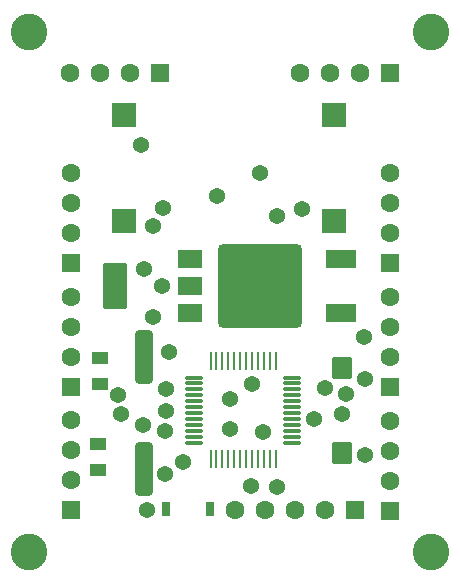
<source format=gts>
G04*
G04 #@! TF.GenerationSoftware,Altium Limited,Altium Designer,22.7.1 (60)*
G04*
G04 Layer_Color=8388736*
%FSAX44Y44*%
%MOMM*%
G71*
G04*
G04 #@! TF.SameCoordinates,EF7A3B51-B4F6-4626-86D8-2FC679187BC1*
G04*
G04*
G04 #@! TF.FilePolarity,Negative*
G04*
G01*
G75*
%ADD15R,1.4000X1.0000*%
G04:AMPARAMS|DCode=16|XSize=4.6mm|YSize=1.6mm|CornerRadius=0.425mm|HoleSize=0mm|Usage=FLASHONLY|Rotation=270.000|XOffset=0mm|YOffset=0mm|HoleType=Round|Shape=RoundedRectangle|*
%AMROUNDEDRECTD16*
21,1,4.6000,0.7500,0,0,270.0*
21,1,3.7500,1.6000,0,0,270.0*
1,1,0.8500,-0.3750,-1.8750*
1,1,0.8500,-0.3750,1.8750*
1,1,0.8500,0.3750,1.8750*
1,1,0.8500,0.3750,-1.8750*
%
%ADD16ROUNDEDRECTD16*%
G04:AMPARAMS|DCode=17|XSize=0.25mm|YSize=1.54mm|CornerRadius=0.0688mm|HoleSize=0mm|Usage=FLASHONLY|Rotation=180.000|XOffset=0mm|YOffset=0mm|HoleType=Round|Shape=RoundedRectangle|*
%AMROUNDEDRECTD17*
21,1,0.2500,1.4025,0,0,180.0*
21,1,0.1125,1.5400,0,0,180.0*
1,1,0.1375,-0.0563,0.7013*
1,1,0.1375,0.0563,0.7013*
1,1,0.1375,0.0563,-0.7013*
1,1,0.1375,-0.0563,-0.7013*
%
%ADD17ROUNDEDRECTD17*%
G04:AMPARAMS|DCode=18|XSize=1.54mm|YSize=0.28mm|CornerRadius=0.0725mm|HoleSize=0mm|Usage=FLASHONLY|Rotation=180.000|XOffset=0mm|YOffset=0mm|HoleType=Round|Shape=RoundedRectangle|*
%AMROUNDEDRECTD18*
21,1,1.5400,0.1350,0,0,180.0*
21,1,1.3950,0.2800,0,0,180.0*
1,1,0.1450,-0.6975,0.0675*
1,1,0.1450,0.6975,0.0675*
1,1,0.1450,0.6975,-0.0675*
1,1,0.1450,-0.6975,-0.0675*
%
%ADD18ROUNDEDRECTD18*%
G04:AMPARAMS|DCode=19|XSize=1.7mm|YSize=1.9mm|CornerRadius=0.21mm|HoleSize=0mm|Usage=FLASHONLY|Rotation=0.000|XOffset=0mm|YOffset=0mm|HoleType=Round|Shape=RoundedRectangle|*
%AMROUNDEDRECTD19*
21,1,1.7000,1.4800,0,0,0.0*
21,1,1.2800,1.9000,0,0,0.0*
1,1,0.4200,0.6400,-0.7400*
1,1,0.4200,-0.6400,-0.7400*
1,1,0.4200,-0.6400,0.7400*
1,1,0.4200,0.6400,0.7400*
%
%ADD19ROUNDEDRECTD19*%
%ADD20R,0.8000X1.3000*%
%ADD21R,2.1000X2.1000*%
G04:AMPARAMS|DCode=22|XSize=1.6mm|YSize=2.6mm|CornerRadius=0.2mm|HoleSize=0mm|Usage=FLASHONLY|Rotation=90.000|XOffset=0mm|YOffset=0mm|HoleType=Round|Shape=RoundedRectangle|*
%AMROUNDEDRECTD22*
21,1,1.6000,2.2000,0,0,90.0*
21,1,1.2000,2.6000,0,0,90.0*
1,1,0.4000,1.1000,0.6000*
1,1,0.4000,1.1000,-0.6000*
1,1,0.4000,-1.1000,-0.6000*
1,1,0.4000,-1.1000,0.6000*
%
%ADD22ROUNDEDRECTD22*%
G04:AMPARAMS|DCode=23|XSize=7.1mm|YSize=7.1mm|CornerRadius=0.4mm|HoleSize=0mm|Usage=FLASHONLY|Rotation=90.000|XOffset=0mm|YOffset=0mm|HoleType=Round|Shape=RoundedRectangle|*
%AMROUNDEDRECTD23*
21,1,7.1000,6.3000,0,0,90.0*
21,1,6.3000,7.1000,0,0,90.0*
1,1,0.8000,3.1500,3.1500*
1,1,0.8000,3.1500,-3.1500*
1,1,0.8000,-3.1500,-3.1500*
1,1,0.8000,-3.1500,3.1500*
%
%ADD23ROUNDEDRECTD23*%
G04:AMPARAMS|DCode=24|XSize=3.9mm|YSize=2.1mm|CornerRadius=0.25mm|HoleSize=0mm|Usage=FLASHONLY|Rotation=90.000|XOffset=0mm|YOffset=0mm|HoleType=Round|Shape=RoundedRectangle|*
%AMROUNDEDRECTD24*
21,1,3.9000,1.6000,0,0,90.0*
21,1,3.4000,2.1000,0,0,90.0*
1,1,0.5000,0.8000,1.7000*
1,1,0.5000,0.8000,-1.7000*
1,1,0.5000,-0.8000,-1.7000*
1,1,0.5000,-0.8000,1.7000*
%
%ADD24ROUNDEDRECTD24*%
G04:AMPARAMS|DCode=25|XSize=1.6mm|YSize=2.1mm|CornerRadius=0.2mm|HoleSize=0mm|Usage=FLASHONLY|Rotation=90.000|XOffset=0mm|YOffset=0mm|HoleType=Round|Shape=RoundedRectangle|*
%AMROUNDEDRECTD25*
21,1,1.6000,1.7000,0,0,90.0*
21,1,1.2000,2.1000,0,0,90.0*
1,1,0.4000,0.8500,0.6000*
1,1,0.4000,0.8500,-0.6000*
1,1,0.4000,-0.8500,-0.6000*
1,1,0.4000,-0.8500,0.6000*
%
%ADD25ROUNDEDRECTD25*%
%ADD26R,1.6000X1.6000*%
%ADD27C,1.6000*%
%ADD28R,1.6000X1.6000*%
%ADD29C,1.3700*%
%ADD30C,3.1000*%
D15*
X00490000Y00822000D02*
D03*
Y00844000D02*
D03*
X00488000Y00771000D02*
D03*
Y00749000D02*
D03*
D16*
X00527000Y00750000D02*
D03*
Y00845000D02*
D03*
D17*
X00638500Y00758150D02*
D03*
X00633500D02*
D03*
X00628500D02*
D03*
X00623500D02*
D03*
X00618500D02*
D03*
X00613500D02*
D03*
X00608500D02*
D03*
X00603500D02*
D03*
X00598500D02*
D03*
X00593500D02*
D03*
X00588500D02*
D03*
X00583500D02*
D03*
Y00841850D02*
D03*
X00588500D02*
D03*
X00593500D02*
D03*
X00598500D02*
D03*
X00603500D02*
D03*
X00608500D02*
D03*
X00613500D02*
D03*
X00618500D02*
D03*
X00623500D02*
D03*
X00628500D02*
D03*
X00633500D02*
D03*
X00638500D02*
D03*
D18*
X00569150Y00772500D02*
D03*
Y00777500D02*
D03*
Y00782500D02*
D03*
Y00787500D02*
D03*
Y00792500D02*
D03*
Y00797500D02*
D03*
Y00802500D02*
D03*
Y00807500D02*
D03*
Y00812500D02*
D03*
Y00817500D02*
D03*
Y00822500D02*
D03*
Y00827500D02*
D03*
X00652850D02*
D03*
Y00822500D02*
D03*
Y00817500D02*
D03*
Y00812500D02*
D03*
Y00807500D02*
D03*
Y00802500D02*
D03*
Y00797500D02*
D03*
Y00792500D02*
D03*
Y00787500D02*
D03*
Y00782500D02*
D03*
Y00777500D02*
D03*
Y00772500D02*
D03*
D19*
X00695000Y00764000D02*
D03*
Y00835250D02*
D03*
D20*
X00583000Y00716000D02*
D03*
X00546000D02*
D03*
D21*
X00687800Y00959830D02*
D03*
X00510000D02*
D03*
X00687800Y01050000D02*
D03*
X00510000D02*
D03*
D22*
X00694000Y00882000D02*
D03*
Y00928000D02*
D03*
D23*
X00625000Y00905000D02*
D03*
D24*
X00503000D02*
D03*
D25*
X00566000Y00928000D02*
D03*
Y00905000D02*
D03*
Y00882000D02*
D03*
D26*
X00705400Y00715000D02*
D03*
X00540800Y01085000D02*
D03*
X00735400D02*
D03*
D27*
X00680000Y00715000D02*
D03*
X00654600D02*
D03*
X00629200D02*
D03*
X00603800D02*
D03*
X00465000Y00740400D02*
D03*
Y00765800D02*
D03*
Y00791200D02*
D03*
Y00845000D02*
D03*
Y00870400D02*
D03*
Y00895800D02*
D03*
Y00950000D02*
D03*
Y00975400D02*
D03*
Y01000800D02*
D03*
X00515400Y01085000D02*
D03*
X00490000D02*
D03*
X00464600D02*
D03*
X00710000D02*
D03*
X00684600D02*
D03*
X00659200D02*
D03*
X00735000Y00950000D02*
D03*
Y00975400D02*
D03*
Y01000800D02*
D03*
Y00844600D02*
D03*
Y00870000D02*
D03*
Y00895400D02*
D03*
Y00740000D02*
D03*
Y00765400D02*
D03*
Y00790800D02*
D03*
D28*
X00465000Y00715000D02*
D03*
Y00819600D02*
D03*
Y00924600D02*
D03*
X00735000D02*
D03*
Y00819200D02*
D03*
Y00714600D02*
D03*
D29*
X00698000Y00814000D02*
D03*
X00714000Y00826000D02*
D03*
X00535000Y00879000D02*
D03*
X00600000Y00809000D02*
D03*
X00680000Y00819000D02*
D03*
X00695000Y00797000D02*
D03*
X00548000Y00849000D02*
D03*
X00628000Y00781000D02*
D03*
X00640000Y00735000D02*
D03*
X00525000Y01024000D02*
D03*
X00505000Y00813000D02*
D03*
X00508000Y00797000D02*
D03*
X00527000Y00919000D02*
D03*
X00619000Y00822000D02*
D03*
X00560000Y00756110D02*
D03*
X00545011Y00746011D02*
D03*
X00530000Y00715000D02*
D03*
X00544764Y00782042D02*
D03*
X00618000Y00736000D02*
D03*
X00671000Y00792000D02*
D03*
X00714000Y00762000D02*
D03*
X00535000Y00956000D02*
D03*
X00640000Y00964000D02*
D03*
X00589000Y00981000D02*
D03*
X00542000Y00905000D02*
D03*
X00546000Y00818000D02*
D03*
X00625200Y01000800D02*
D03*
X00546000Y00799000D02*
D03*
X00526000Y00787000D02*
D03*
X00600000Y00784000D02*
D03*
X00543370Y00971000D02*
D03*
X00713000Y00862000D02*
D03*
X00661000Y00970000D02*
D03*
D30*
X00770000Y00680000D02*
D03*
X00430000D02*
D03*
Y01120000D02*
D03*
X00770000D02*
D03*
M02*

</source>
